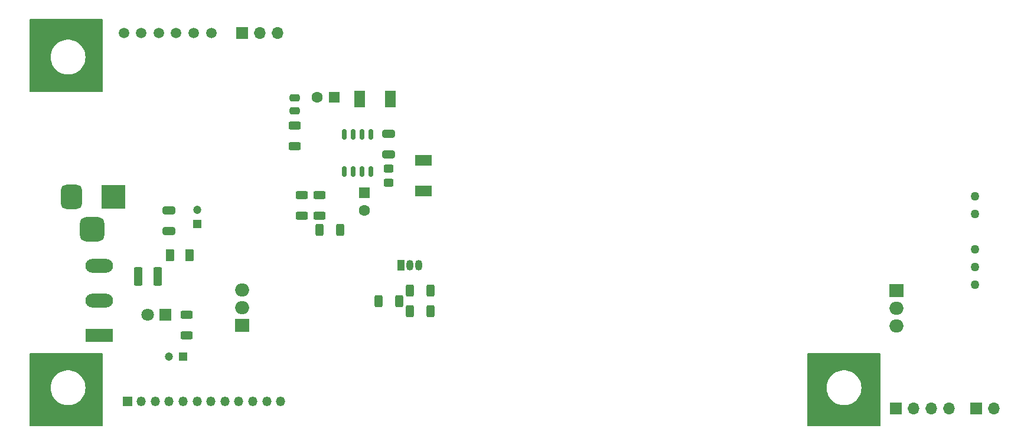
<source format=gbr>
%TF.GenerationSoftware,KiCad,Pcbnew,(6.0.2)*%
%TF.CreationDate,2022-03-19T11:44:55+11:00*%
%TF.ProjectId,T1200_PSU,54313230-305f-4505-9355-2e6b69636164,rev?*%
%TF.SameCoordinates,Original*%
%TF.FileFunction,Soldermask,Top*%
%TF.FilePolarity,Negative*%
%FSLAX46Y46*%
G04 Gerber Fmt 4.6, Leading zero omitted, Abs format (unit mm)*
G04 Created by KiCad (PCBNEW (6.0.2)) date 2022-03-19 11:44:55*
%MOMM*%
%LPD*%
G01*
G04 APERTURE LIST*
G04 Aperture macros list*
%AMRoundRect*
0 Rectangle with rounded corners*
0 $1 Rounding radius*
0 $2 $3 $4 $5 $6 $7 $8 $9 X,Y pos of 4 corners*
0 Add a 4 corners polygon primitive as box body*
4,1,4,$2,$3,$4,$5,$6,$7,$8,$9,$2,$3,0*
0 Add four circle primitives for the rounded corners*
1,1,$1+$1,$2,$3*
1,1,$1+$1,$4,$5*
1,1,$1+$1,$6,$7*
1,1,$1+$1,$8,$9*
0 Add four rect primitives between the rounded corners*
20,1,$1+$1,$2,$3,$4,$5,0*
20,1,$1+$1,$4,$5,$6,$7,0*
20,1,$1+$1,$6,$7,$8,$9,0*
20,1,$1+$1,$8,$9,$2,$3,0*%
G04 Aperture macros list end*
%ADD10R,1.600000X1.600000*%
%ADD11C,1.600000*%
%ADD12RoundRect,0.250000X-0.625000X0.312500X-0.625000X-0.312500X0.625000X-0.312500X0.625000X0.312500X0*%
%ADD13R,3.960000X1.980000*%
%ADD14O,3.960000X1.980000*%
%ADD15RoundRect,0.250000X0.312500X0.625000X-0.312500X0.625000X-0.312500X-0.625000X0.312500X-0.625000X0*%
%ADD16R,1.800000X1.800000*%
%ADD17C,1.800000*%
%ADD18RoundRect,0.250000X0.450000X-0.325000X0.450000X0.325000X-0.450000X0.325000X-0.450000X-0.325000X0*%
%ADD19RoundRect,0.250000X-0.650000X0.325000X-0.650000X-0.325000X0.650000X-0.325000X0.650000X0.325000X0*%
%ADD20R,1.200000X1.200000*%
%ADD21C,1.200000*%
%ADD22R,1.350000X1.350000*%
%ADD23O,1.350000X1.350000*%
%ADD24C,1.500000*%
%ADD25R,3.500000X3.500000*%
%ADD26RoundRect,0.750000X-0.750000X-1.000000X0.750000X-1.000000X0.750000X1.000000X-0.750000X1.000000X0*%
%ADD27RoundRect,0.875000X-0.875000X-0.875000X0.875000X-0.875000X0.875000X0.875000X-0.875000X0.875000X0*%
%ADD28C,1.270000*%
%ADD29R,1.700000X1.700000*%
%ADD30O,1.700000X1.700000*%
%ADD31R,2.400000X1.500000*%
%ADD32R,1.050000X1.500000*%
%ADD33O,1.050000X1.500000*%
%ADD34RoundRect,0.250000X-0.375000X-0.625000X0.375000X-0.625000X0.375000X0.625000X-0.375000X0.625000X0*%
%ADD35RoundRect,0.250000X0.475000X-0.250000X0.475000X0.250000X-0.475000X0.250000X-0.475000X-0.250000X0*%
%ADD36RoundRect,0.250000X0.650000X-0.325000X0.650000X0.325000X-0.650000X0.325000X-0.650000X-0.325000X0*%
%ADD37R,2.000000X1.905000*%
%ADD38O,2.000000X1.905000*%
%ADD39RoundRect,0.250000X-0.375000X-1.075000X0.375000X-1.075000X0.375000X1.075000X-0.375000X1.075000X0*%
%ADD40RoundRect,0.250000X-0.312500X-0.625000X0.312500X-0.625000X0.312500X0.625000X-0.312500X0.625000X0*%
%ADD41RoundRect,0.150000X0.150000X-0.625000X0.150000X0.625000X-0.150000X0.625000X-0.150000X-0.625000X0*%
%ADD42R,1.500000X2.400000*%
G04 APERTURE END LIST*
D10*
%TO.C,C5*%
X60000000Y-37000000D03*
D11*
X60000000Y-39500000D03*
%TD*%
D12*
%TO.C,R3*%
X50020000Y-27337500D03*
X50020000Y-30262500D03*
%TD*%
%TO.C,R9*%
X34500000Y-54537500D03*
X34500000Y-57462500D03*
%TD*%
D13*
%TO.C,SW1*%
X22000000Y-57500000D03*
D14*
X22000000Y-52500000D03*
X22000000Y-47500000D03*
%TD*%
D15*
%TO.C,R6*%
X69462500Y-54000000D03*
X66537500Y-54000000D03*
%TD*%
D16*
%TO.C,D4*%
X31500000Y-54500000D03*
D17*
X28960000Y-54500000D03*
%TD*%
D18*
%TO.C,D2*%
X63500000Y-35525000D03*
X63500000Y-33475000D03*
%TD*%
D19*
%TO.C,C4*%
X63500000Y-28525000D03*
X63500000Y-31475000D03*
%TD*%
D20*
%TO.C,C1*%
X33972600Y-60500000D03*
D21*
X31972600Y-60500000D03*
%TD*%
D22*
%TO.C,PJ4*%
X26000000Y-67000000D03*
D23*
X28000000Y-67000000D03*
X30000000Y-67000000D03*
X32000000Y-67000000D03*
X34000000Y-67000000D03*
X36000000Y-67000000D03*
X38000000Y-67000000D03*
X40000000Y-67000000D03*
X42000000Y-67000000D03*
X44000000Y-67000000D03*
X46000000Y-67000000D03*
X48000000Y-67000000D03*
%TD*%
D24*
%TO.C,TP1*%
X28000000Y-14000000D03*
%TD*%
%TO.C,TP4*%
X33000000Y-14000000D03*
%TD*%
%TO.C,TP2*%
X35550000Y-14000000D03*
%TD*%
D25*
%TO.C,PJ1*%
X24000000Y-37542500D03*
D26*
X18000000Y-37542500D03*
D27*
X21000000Y-42242500D03*
%TD*%
D28*
%TO.C,RLA1*%
X147500000Y-37500000D03*
X147500000Y-40040000D03*
X147500000Y-45120000D03*
X147500000Y-47660000D03*
X147500000Y-50200000D03*
%TD*%
D29*
%TO.C,PJ6*%
X147725000Y-68000000D03*
D30*
X150265000Y-68000000D03*
%TD*%
D31*
%TO.C,L2*%
X68500000Y-32300000D03*
X68500000Y-36700000D03*
%TD*%
D15*
%TO.C,R7*%
X64962500Y-52551250D03*
X62037500Y-52551250D03*
%TD*%
D32*
%TO.C,U1*%
X65230000Y-47411250D03*
D33*
X66500000Y-47411250D03*
X67770000Y-47411250D03*
%TD*%
D15*
%TO.C,R8*%
X69462500Y-51000000D03*
X66537500Y-51000000D03*
%TD*%
D12*
%TO.C,R1*%
X51040000Y-37337500D03*
X51040000Y-40262500D03*
%TD*%
D34*
%TO.C,D1*%
X32100000Y-46000000D03*
X34900000Y-46000000D03*
%TD*%
D35*
%TO.C,C6*%
X50040000Y-25250000D03*
X50040000Y-23350000D03*
%TD*%
D36*
%TO.C,C2*%
X32000000Y-42475000D03*
X32000000Y-39525000D03*
%TD*%
D37*
%TO.C,U3*%
X42445000Y-56040000D03*
D38*
X42445000Y-53500000D03*
X42445000Y-50960000D03*
%TD*%
D29*
%TO.C,PJ5*%
X136200000Y-68000000D03*
D30*
X138740000Y-68000000D03*
X141280000Y-68000000D03*
X143820000Y-68000000D03*
%TD*%
D29*
%TO.C,J1*%
X42500000Y-14000000D03*
D30*
X45040000Y-14000000D03*
X47580000Y-14000000D03*
%TD*%
D24*
%TO.C,TP5*%
X30500000Y-14000000D03*
%TD*%
D20*
%TO.C,C3*%
X36000000Y-41472600D03*
D21*
X36000000Y-39472600D03*
%TD*%
D39*
%TO.C,F1*%
X27600000Y-49000000D03*
X30400000Y-49000000D03*
%TD*%
D12*
%TO.C,R2*%
X53520000Y-37337500D03*
X53520000Y-40262500D03*
%TD*%
D37*
%TO.C,U4*%
X136240000Y-51080000D03*
D38*
X136240000Y-53620000D03*
X136240000Y-56160000D03*
%TD*%
D40*
%TO.C,R5*%
X53557500Y-42300000D03*
X56482500Y-42300000D03*
%TD*%
D24*
%TO.C,TP3*%
X38050000Y-14000000D03*
%TD*%
D10*
%TO.C,C7*%
X55705113Y-23300000D03*
D11*
X53205113Y-23300000D03*
%TD*%
D24*
%TO.C,TP6*%
X25500000Y-14000000D03*
%TD*%
D41*
%TO.C,U2*%
X57115000Y-33975000D03*
X58385000Y-33975000D03*
X59655000Y-33975000D03*
X60925000Y-33975000D03*
X60925000Y-28625000D03*
X59655000Y-28625000D03*
X58385000Y-28625000D03*
X57115000Y-28625000D03*
%TD*%
D42*
%TO.C,L1*%
X59300000Y-23500000D03*
X63700000Y-23500000D03*
%TD*%
G36*
X133942121Y-60020002D02*
G01*
X133988614Y-60073658D01*
X134000000Y-60126000D01*
X134000000Y-70374000D01*
X133979998Y-70442121D01*
X133926342Y-70488614D01*
X133874000Y-70500000D01*
X123626000Y-70500000D01*
X123557879Y-70479998D01*
X123511386Y-70426342D01*
X123500000Y-70374000D01*
X123500000Y-65003958D01*
X126250249Y-65003958D01*
X126269464Y-65309370D01*
X126270457Y-65317233D01*
X126327798Y-65617824D01*
X126329769Y-65625501D01*
X126424333Y-65916538D01*
X126427248Y-65923901D01*
X126557546Y-66200798D01*
X126561357Y-66207731D01*
X126725336Y-66466119D01*
X126729981Y-66472512D01*
X126925054Y-66708317D01*
X126930465Y-66714079D01*
X127153553Y-66923572D01*
X127159644Y-66928611D01*
X127407225Y-67108489D01*
X127413905Y-67112729D01*
X127682081Y-67260160D01*
X127689238Y-67263527D01*
X127973776Y-67376183D01*
X127981296Y-67378627D01*
X128277708Y-67454732D01*
X128285479Y-67456215D01*
X128589093Y-67494570D01*
X128596983Y-67495067D01*
X128903017Y-67495067D01*
X128910907Y-67494570D01*
X129214521Y-67456215D01*
X129222292Y-67454732D01*
X129518704Y-67378627D01*
X129526224Y-67376183D01*
X129810762Y-67263527D01*
X129817919Y-67260160D01*
X130086095Y-67112729D01*
X130092775Y-67108489D01*
X130340356Y-66928611D01*
X130346447Y-66923572D01*
X130569535Y-66714079D01*
X130574946Y-66708317D01*
X130770019Y-66472512D01*
X130774664Y-66466119D01*
X130938643Y-66207731D01*
X130942454Y-66200798D01*
X131072752Y-65923901D01*
X131075667Y-65916538D01*
X131170231Y-65625501D01*
X131172202Y-65617824D01*
X131229543Y-65317233D01*
X131230536Y-65309370D01*
X131249751Y-65003958D01*
X131249751Y-64996042D01*
X131230536Y-64690630D01*
X131229543Y-64682767D01*
X131172202Y-64382176D01*
X131170231Y-64374499D01*
X131075667Y-64083462D01*
X131072752Y-64076099D01*
X130942454Y-63799202D01*
X130938643Y-63792269D01*
X130774664Y-63533881D01*
X130770019Y-63527488D01*
X130574946Y-63291683D01*
X130569535Y-63285921D01*
X130346447Y-63076428D01*
X130340356Y-63071389D01*
X130092775Y-62891511D01*
X130086095Y-62887271D01*
X129817919Y-62739840D01*
X129810762Y-62736473D01*
X129526224Y-62623817D01*
X129518704Y-62621373D01*
X129222292Y-62545268D01*
X129214521Y-62543785D01*
X128910907Y-62505430D01*
X128903017Y-62504933D01*
X128596983Y-62504933D01*
X128589093Y-62505430D01*
X128285479Y-62543785D01*
X128277708Y-62545268D01*
X127981296Y-62621373D01*
X127973776Y-62623817D01*
X127689238Y-62736473D01*
X127682081Y-62739840D01*
X127413905Y-62887271D01*
X127407225Y-62891511D01*
X127159644Y-63071389D01*
X127153553Y-63076428D01*
X126930465Y-63285921D01*
X126925054Y-63291683D01*
X126729981Y-63527488D01*
X126725336Y-63533881D01*
X126561357Y-63792269D01*
X126557546Y-63799202D01*
X126427248Y-64076099D01*
X126424333Y-64083462D01*
X126329769Y-64374499D01*
X126327798Y-64382176D01*
X126270457Y-64682767D01*
X126269464Y-64690630D01*
X126250249Y-64996042D01*
X126250249Y-65003958D01*
X123500000Y-65003958D01*
X123500000Y-60126000D01*
X123520002Y-60057879D01*
X123573658Y-60011386D01*
X123626000Y-60000000D01*
X133874000Y-60000000D01*
X133942121Y-60020002D01*
G37*
G36*
X22442121Y-60020002D02*
G01*
X22488614Y-60073658D01*
X22500000Y-60126000D01*
X22500000Y-70374000D01*
X22479998Y-70442121D01*
X22426342Y-70488614D01*
X22374000Y-70500000D01*
X12126000Y-70500000D01*
X12057879Y-70479998D01*
X12011386Y-70426342D01*
X12000000Y-70374000D01*
X12000000Y-65003958D01*
X15000249Y-65003958D01*
X15019464Y-65309370D01*
X15020457Y-65317233D01*
X15077798Y-65617824D01*
X15079769Y-65625501D01*
X15174333Y-65916538D01*
X15177248Y-65923901D01*
X15307546Y-66200798D01*
X15311357Y-66207731D01*
X15475336Y-66466119D01*
X15479981Y-66472512D01*
X15675054Y-66708317D01*
X15680465Y-66714079D01*
X15903553Y-66923572D01*
X15909644Y-66928611D01*
X16157225Y-67108489D01*
X16163905Y-67112729D01*
X16432081Y-67260160D01*
X16439238Y-67263527D01*
X16723776Y-67376183D01*
X16731296Y-67378627D01*
X17027708Y-67454732D01*
X17035479Y-67456215D01*
X17339093Y-67494570D01*
X17346983Y-67495067D01*
X17653017Y-67495067D01*
X17660907Y-67494570D01*
X17964521Y-67456215D01*
X17972292Y-67454732D01*
X18268704Y-67378627D01*
X18276224Y-67376183D01*
X18560762Y-67263527D01*
X18567919Y-67260160D01*
X18836095Y-67112729D01*
X18842775Y-67108489D01*
X19090356Y-66928611D01*
X19096447Y-66923572D01*
X19319535Y-66714079D01*
X19324946Y-66708317D01*
X19520019Y-66472512D01*
X19524664Y-66466119D01*
X19688643Y-66207731D01*
X19692454Y-66200798D01*
X19822752Y-65923901D01*
X19825667Y-65916538D01*
X19920231Y-65625501D01*
X19922202Y-65617824D01*
X19979543Y-65317233D01*
X19980536Y-65309370D01*
X19999751Y-65003958D01*
X19999751Y-64996042D01*
X19980536Y-64690630D01*
X19979543Y-64682767D01*
X19922202Y-64382176D01*
X19920231Y-64374499D01*
X19825667Y-64083462D01*
X19822752Y-64076099D01*
X19692454Y-63799202D01*
X19688643Y-63792269D01*
X19524664Y-63533881D01*
X19520019Y-63527488D01*
X19324946Y-63291683D01*
X19319535Y-63285921D01*
X19096447Y-63076428D01*
X19090356Y-63071389D01*
X18842775Y-62891511D01*
X18836095Y-62887271D01*
X18567919Y-62739840D01*
X18560762Y-62736473D01*
X18276224Y-62623817D01*
X18268704Y-62621373D01*
X17972292Y-62545268D01*
X17964521Y-62543785D01*
X17660907Y-62505430D01*
X17653017Y-62504933D01*
X17346983Y-62504933D01*
X17339093Y-62505430D01*
X17035479Y-62543785D01*
X17027708Y-62545268D01*
X16731296Y-62621373D01*
X16723776Y-62623817D01*
X16439238Y-62736473D01*
X16432081Y-62739840D01*
X16163905Y-62887271D01*
X16157225Y-62891511D01*
X15909644Y-63071389D01*
X15903553Y-63076428D01*
X15680465Y-63285921D01*
X15675054Y-63291683D01*
X15479981Y-63527488D01*
X15475336Y-63533881D01*
X15311357Y-63792269D01*
X15307546Y-63799202D01*
X15177248Y-64076099D01*
X15174333Y-64083462D01*
X15079769Y-64374499D01*
X15077798Y-64382176D01*
X15020457Y-64682767D01*
X15019464Y-64690630D01*
X15000249Y-64996042D01*
X15000249Y-65003958D01*
X12000000Y-65003958D01*
X12000000Y-60126000D01*
X12020002Y-60057879D01*
X12073658Y-60011386D01*
X12126000Y-60000000D01*
X22374000Y-60000000D01*
X22442121Y-60020002D01*
G37*
G36*
X22442121Y-12020002D02*
G01*
X22488614Y-12073658D01*
X22500000Y-12126000D01*
X22500000Y-22374000D01*
X22479998Y-22442121D01*
X22426342Y-22488614D01*
X22374000Y-22500000D01*
X12126000Y-22500000D01*
X12057879Y-22479998D01*
X12011386Y-22426342D01*
X12000000Y-22374000D01*
X12000000Y-17503958D01*
X15000249Y-17503958D01*
X15019464Y-17809370D01*
X15020457Y-17817233D01*
X15077798Y-18117824D01*
X15079769Y-18125501D01*
X15174333Y-18416538D01*
X15177248Y-18423901D01*
X15307546Y-18700798D01*
X15311357Y-18707731D01*
X15475336Y-18966119D01*
X15479981Y-18972512D01*
X15675054Y-19208317D01*
X15680465Y-19214079D01*
X15903553Y-19423572D01*
X15909644Y-19428611D01*
X16157225Y-19608489D01*
X16163905Y-19612729D01*
X16432081Y-19760160D01*
X16439238Y-19763527D01*
X16723776Y-19876183D01*
X16731296Y-19878627D01*
X17027708Y-19954732D01*
X17035479Y-19956215D01*
X17339093Y-19994570D01*
X17346983Y-19995067D01*
X17653017Y-19995067D01*
X17660907Y-19994570D01*
X17964521Y-19956215D01*
X17972292Y-19954732D01*
X18268704Y-19878627D01*
X18276224Y-19876183D01*
X18560762Y-19763527D01*
X18567919Y-19760160D01*
X18836095Y-19612729D01*
X18842775Y-19608489D01*
X19090356Y-19428611D01*
X19096447Y-19423572D01*
X19319535Y-19214079D01*
X19324946Y-19208317D01*
X19520019Y-18972512D01*
X19524664Y-18966119D01*
X19688643Y-18707731D01*
X19692454Y-18700798D01*
X19822752Y-18423901D01*
X19825667Y-18416538D01*
X19920231Y-18125501D01*
X19922202Y-18117824D01*
X19979543Y-17817233D01*
X19980536Y-17809370D01*
X19999751Y-17503958D01*
X19999751Y-17496042D01*
X19980536Y-17190630D01*
X19979543Y-17182767D01*
X19922202Y-16882176D01*
X19920231Y-16874499D01*
X19825667Y-16583462D01*
X19822752Y-16576099D01*
X19692454Y-16299202D01*
X19688643Y-16292269D01*
X19524664Y-16033881D01*
X19520019Y-16027488D01*
X19324946Y-15791683D01*
X19319535Y-15785921D01*
X19096447Y-15576428D01*
X19090356Y-15571389D01*
X18842775Y-15391511D01*
X18836095Y-15387271D01*
X18567919Y-15239840D01*
X18560762Y-15236473D01*
X18276224Y-15123817D01*
X18268704Y-15121373D01*
X17972292Y-15045268D01*
X17964521Y-15043785D01*
X17660907Y-15005430D01*
X17653017Y-15004933D01*
X17346983Y-15004933D01*
X17339093Y-15005430D01*
X17035479Y-15043785D01*
X17027708Y-15045268D01*
X16731296Y-15121373D01*
X16723776Y-15123817D01*
X16439238Y-15236473D01*
X16432081Y-15239840D01*
X16163905Y-15387271D01*
X16157225Y-15391511D01*
X15909644Y-15571389D01*
X15903553Y-15576428D01*
X15680465Y-15785921D01*
X15675054Y-15791683D01*
X15479981Y-16027488D01*
X15475336Y-16033881D01*
X15311357Y-16292269D01*
X15307546Y-16299202D01*
X15177248Y-16576099D01*
X15174333Y-16583462D01*
X15079769Y-16874499D01*
X15077798Y-16882176D01*
X15020457Y-17182767D01*
X15019464Y-17190630D01*
X15000249Y-17496042D01*
X15000249Y-17503958D01*
X12000000Y-17503958D01*
X12000000Y-12126000D01*
X12020002Y-12057879D01*
X12073658Y-12011386D01*
X12126000Y-12000000D01*
X22374000Y-12000000D01*
X22442121Y-12020002D01*
G37*
M02*

</source>
